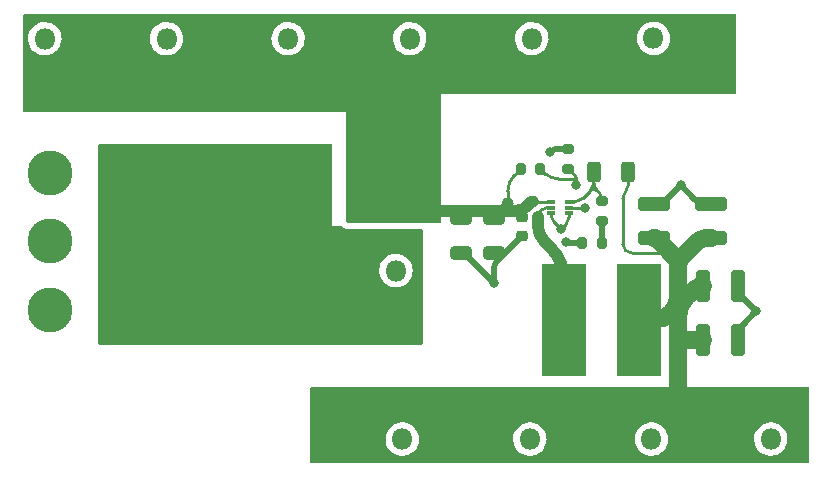
<source format=gbr>
%TF.GenerationSoftware,KiCad,Pcbnew,(6.0.5)*%
%TF.CreationDate,2022-09-22T23:13:11-05:00*%
%TF.ProjectId,powerPCB,706f7765-7250-4434-922e-6b696361645f,rev?*%
%TF.SameCoordinates,Original*%
%TF.FileFunction,Copper,L1,Top*%
%TF.FilePolarity,Positive*%
%FSLAX46Y46*%
G04 Gerber Fmt 4.6, Leading zero omitted, Abs format (unit mm)*
G04 Created by KiCad (PCBNEW (6.0.5)) date 2022-09-22 23:13:11*
%MOMM*%
%LPD*%
G01*
G04 APERTURE LIST*
G04 Aperture macros list*
%AMRoundRect*
0 Rectangle with rounded corners*
0 $1 Rounding radius*
0 $2 $3 $4 $5 $6 $7 $8 $9 X,Y pos of 4 corners*
0 Add a 4 corners polygon primitive as box body*
4,1,4,$2,$3,$4,$5,$6,$7,$8,$9,$2,$3,0*
0 Add four circle primitives for the rounded corners*
1,1,$1+$1,$2,$3*
1,1,$1+$1,$4,$5*
1,1,$1+$1,$6,$7*
1,1,$1+$1,$8,$9*
0 Add four rect primitives between the rounded corners*
20,1,$1+$1,$2,$3,$4,$5,0*
20,1,$1+$1,$4,$5,$6,$7,0*
20,1,$1+$1,$6,$7,$8,$9,0*
20,1,$1+$1,$8,$9,$2,$3,0*%
G04 Aperture macros list end*
%TA.AperFunction,SMDPad,CuDef*%
%ADD10RoundRect,0.200000X-0.200000X-0.275000X0.200000X-0.275000X0.200000X0.275000X-0.200000X0.275000X0*%
%TD*%
%TA.AperFunction,ComponentPad*%
%ADD11C,3.800000*%
%TD*%
%TA.AperFunction,SMDPad,CuDef*%
%ADD12RoundRect,0.250000X1.100000X-0.325000X1.100000X0.325000X-1.100000X0.325000X-1.100000X-0.325000X0*%
%TD*%
%TA.AperFunction,ComponentPad*%
%ADD13R,1.800000X1.800000*%
%TD*%
%TA.AperFunction,ComponentPad*%
%ADD14O,1.800000X1.800000*%
%TD*%
%TA.AperFunction,SMDPad,CuDef*%
%ADD15RoundRect,0.200000X-0.275000X0.200000X-0.275000X-0.200000X0.275000X-0.200000X0.275000X0.200000X0*%
%TD*%
%TA.AperFunction,SMDPad,CuDef*%
%ADD16RoundRect,0.200000X0.275000X-0.200000X0.275000X0.200000X-0.275000X0.200000X-0.275000X-0.200000X0*%
%TD*%
%TA.AperFunction,SMDPad,CuDef*%
%ADD17RoundRect,0.250000X-0.650000X0.325000X-0.650000X-0.325000X0.650000X-0.325000X0.650000X0.325000X0*%
%TD*%
%TA.AperFunction,SMDPad,CuDef*%
%ADD18RoundRect,0.225000X-0.250000X0.225000X-0.250000X-0.225000X0.250000X-0.225000X0.250000X0.225000X0*%
%TD*%
%TA.AperFunction,SMDPad,CuDef*%
%ADD19R,3.750000X9.500000*%
%TD*%
%TA.AperFunction,SMDPad,CuDef*%
%ADD20R,0.700000X0.340000*%
%TD*%
%TA.AperFunction,SMDPad,CuDef*%
%ADD21RoundRect,0.250000X-0.325000X-1.100000X0.325000X-1.100000X0.325000X1.100000X-0.325000X1.100000X0*%
%TD*%
%TA.AperFunction,SMDPad,CuDef*%
%ADD22RoundRect,0.250000X-0.312500X-0.625000X0.312500X-0.625000X0.312500X0.625000X-0.312500X0.625000X0*%
%TD*%
%TA.AperFunction,ViaPad*%
%ADD23C,0.800000*%
%TD*%
%TA.AperFunction,Conductor*%
%ADD24C,0.500000*%
%TD*%
%TA.AperFunction,Conductor*%
%ADD25C,0.250000*%
%TD*%
%TA.AperFunction,Conductor*%
%ADD26C,1.500000*%
%TD*%
%TA.AperFunction,Conductor*%
%ADD27C,1.000000*%
%TD*%
G04 APERTURE END LIST*
D10*
%TO.P,R1,1*%
%TO.N,+12V*%
X135975000Y-73000000D03*
%TO.P,R1,2*%
%TO.N,/EN*%
X137625000Y-73000000D03*
%TD*%
D11*
%TO.P,H5,1,1*%
%TO.N,GND*%
X96100000Y-73400000D03*
%TD*%
D12*
%TO.P,C5,1*%
%TO.N,+5V*%
X152030000Y-78915000D03*
%TO.P,C5,2*%
%TO.N,GND*%
X152030000Y-75965000D03*
%TD*%
D13*
%TO.P,J10,1,Pin_1*%
%TO.N,+12V*%
X131570000Y-62000000D03*
D14*
%TO.P,J10,2,Pin_2*%
%TO.N,GND*%
X126570000Y-62000000D03*
%TD*%
D13*
%TO.P,J3,1,Pin_1*%
%TO.N,+5V*%
X142030000Y-95900000D03*
D14*
%TO.P,J3,2,Pin_2*%
%TO.N,GND*%
X147030000Y-95900000D03*
%TD*%
D15*
%TO.P,R3,1*%
%TO.N,GND*%
X140000000Y-71375000D03*
%TO.P,R3,2*%
%TO.N,/EN*%
X140000000Y-73025000D03*
%TD*%
D16*
%TO.P,R2,1*%
%TO.N,Net-(R2-Pad1)*%
X142800000Y-77425000D03*
%TO.P,R2,2*%
%TO.N,/FB*%
X142800000Y-75775000D03*
%TD*%
D13*
%TO.P,J7,1,Pin_1*%
%TO.N,+12V*%
X152200000Y-61980000D03*
D14*
%TO.P,J7,2,Pin_2*%
%TO.N,GND*%
X147200000Y-61980000D03*
%TD*%
D17*
%TO.P,C2,1*%
%TO.N,+12V*%
X133700000Y-77225000D03*
%TO.P,C2,2*%
%TO.N,GND*%
X133700000Y-80175000D03*
%TD*%
D13*
%TO.P,J6,1,Pin_1*%
%TO.N,+12V*%
X121270000Y-62000000D03*
D14*
%TO.P,J6,2,Pin_2*%
%TO.N,GND*%
X116270000Y-62000000D03*
%TD*%
D13*
%TO.P,J9,1,Pin_1*%
%TO.N,+12V*%
X141900000Y-62000000D03*
D14*
%TO.P,J9,2,Pin_2*%
%TO.N,GND*%
X136900000Y-62000000D03*
%TD*%
D11*
%TO.P,H6,1,1*%
%TO.N,GND*%
X96100000Y-79100000D03*
%TD*%
D13*
%TO.P,J4,1,Pin_1*%
%TO.N,+5V*%
X131730000Y-95900000D03*
D14*
%TO.P,J4,2,Pin_2*%
%TO.N,GND*%
X136730000Y-95900000D03*
%TD*%
D13*
%TO.P,J8,1,Pin_1*%
%TO.N,+12V*%
X100670000Y-62000000D03*
D14*
%TO.P,J8,2,Pin_2*%
%TO.N,GND*%
X95670000Y-62000000D03*
%TD*%
D12*
%TO.P,C4,1*%
%TO.N,+5V*%
X147240000Y-78915000D03*
%TO.P,C4,2*%
%TO.N,GND*%
X147240000Y-75965000D03*
%TD*%
D11*
%TO.P,H2,1,1*%
%TO.N,/12IN*%
X103400000Y-84900000D03*
%TD*%
D18*
%TO.P,C3,1*%
%TO.N,+12V*%
X136100000Y-77125000D03*
%TO.P,C3,2*%
%TO.N,GND*%
X136100000Y-78675000D03*
%TD*%
D19*
%TO.P,L1,1*%
%TO.N,/SW*%
X139620000Y-85800000D03*
%TO.P,L1,2*%
%TO.N,+5V*%
X145980000Y-85800000D03*
%TD*%
D13*
%TO.P,J1,1,Pin_1*%
%TO.N,+5V*%
X120930000Y-95900000D03*
D14*
%TO.P,J1,2,Pin_2*%
%TO.N,GND*%
X125930000Y-95900000D03*
%TD*%
D11*
%TO.P,H3,1,1*%
%TO.N,/12IN*%
X103400000Y-73500000D03*
%TD*%
D13*
%TO.P,J5,1,Pin_1*%
%TO.N,+12V*%
X110970000Y-62000000D03*
D14*
%TO.P,J5,2,Pin_2*%
%TO.N,GND*%
X105970000Y-62000000D03*
%TD*%
D11*
%TO.P,H1,1,1*%
%TO.N,/12IN*%
X103400000Y-79100000D03*
%TD*%
D14*
%TO.P,SW1,1,A*%
%TO.N,unconnected-(SW1-Pad1)*%
X125400000Y-81640000D03*
%TO.P,SW1,2,B*%
%TO.N,/12IN*%
X125400000Y-79100000D03*
%TO.P,SW1,3,C*%
%TO.N,+12V*%
X125400000Y-76560000D03*
%TD*%
D17*
%TO.P,C1,1*%
%TO.N,+12V*%
X130900000Y-77225000D03*
%TO.P,C1,2*%
%TO.N,GND*%
X130900000Y-80175000D03*
%TD*%
D20*
%TO.P,U1,1,VIN*%
%TO.N,+12V*%
X138550000Y-75800000D03*
%TO.P,U1,2,SW*%
%TO.N,/SW*%
X138550000Y-76300000D03*
%TO.P,U1,3,GND*%
%TO.N,GND*%
X138550000Y-76800000D03*
%TO.P,U1,4,AGND*%
X140050000Y-76800000D03*
%TO.P,U1,5,EN*%
%TO.N,/EN*%
X140050000Y-76300000D03*
%TO.P,U1,6,FB*%
%TO.N,/FB*%
X140050000Y-75800000D03*
%TD*%
D21*
%TO.P,C6,1*%
%TO.N,+5V*%
X151425000Y-82980000D03*
%TO.P,C6,2*%
%TO.N,GND*%
X154375000Y-82980000D03*
%TD*%
D22*
%TO.P,R5,1*%
%TO.N,/FB*%
X142137500Y-73300000D03*
%TO.P,R5,2*%
%TO.N,+5V*%
X145062500Y-73300000D03*
%TD*%
D11*
%TO.P,H4,1,1*%
%TO.N,GND*%
X96100000Y-85000000D03*
%TD*%
D21*
%TO.P,C7,1*%
%TO.N,+5V*%
X151425000Y-87500000D03*
%TO.P,C7,2*%
%TO.N,GND*%
X154375000Y-87500000D03*
%TD*%
D13*
%TO.P,J2,1,Pin_1*%
%TO.N,+5V*%
X152130000Y-95900000D03*
D14*
%TO.P,J2,2,Pin_2*%
%TO.N,GND*%
X157130000Y-95900000D03*
%TD*%
D10*
%TO.P,R4,1*%
%TO.N,GND*%
X141175000Y-79300000D03*
%TO.P,R4,2*%
%TO.N,Net-(R2-Pad1)*%
X142825000Y-79300000D03*
%TD*%
D23*
%TO.N,GND*%
X138450000Y-71610000D03*
X139790000Y-79190000D03*
X139400000Y-78100000D03*
X133700000Y-82700000D03*
X149500000Y-74400000D03*
X155900000Y-85100000D03*
%TO.N,/EN*%
X141398999Y-76325263D03*
X140610000Y-74400000D03*
%TD*%
D24*
%TO.N,GND*%
X138851170Y-71375000D02*
X140000000Y-71375000D01*
X139790000Y-79190000D02*
X139845000Y-79245000D01*
X131037500Y-80175000D02*
X130900000Y-80175000D01*
X139977781Y-79300000D02*
X141175000Y-79300000D01*
X138567500Y-71492500D02*
X138450000Y-71610000D01*
X133968750Y-80806250D02*
X134056250Y-80718750D01*
X154375000Y-83277500D02*
X154375000Y-82980000D01*
D25*
X138550000Y-77025000D02*
X138550000Y-76800000D01*
D24*
X154585364Y-83785364D02*
X155900000Y-85100000D01*
D25*
X139820190Y-77679809D02*
X139400000Y-78100000D01*
D24*
X134418750Y-80356250D02*
X134056250Y-80718750D01*
X150723820Y-75623820D02*
X149500000Y-74400000D01*
X151547500Y-75965000D02*
X152030000Y-75965000D01*
X154375000Y-87062500D02*
X154375000Y-87500000D01*
D25*
X138709099Y-77409099D02*
X139400000Y-78100000D01*
D24*
X133936871Y-80236871D02*
X134056250Y-80356250D01*
X133700000Y-82700000D02*
X133700000Y-81455069D01*
X133787500Y-80175000D02*
X133700000Y-80175000D01*
X134418750Y-80356250D02*
X136100000Y-78675000D01*
X133700000Y-82700000D02*
X131272227Y-80272227D01*
D25*
X140050000Y-77125000D02*
X140050000Y-76800000D01*
D24*
X147587500Y-75965000D02*
X147240000Y-75965000D01*
X154684359Y-86315640D02*
X155900000Y-85100000D01*
X148180719Y-75719280D02*
X149500000Y-74400000D01*
D25*
X138709099Y-77409099D02*
G75*
G02*
X138550000Y-77025000I384101J384099D01*
G01*
D24*
X134056250Y-80356250D02*
G75*
G02*
X134056250Y-80718750I-181250J-181250D01*
G01*
X139977781Y-79300007D02*
G75*
G02*
X139845000Y-79245000I19J187807D01*
G01*
X147587500Y-75965010D02*
G75*
G03*
X148180718Y-75719279I0J838910D01*
G01*
X151547500Y-75964987D02*
G75*
G02*
X150723821Y-75623819I0J1164887D01*
G01*
X133699988Y-81455069D02*
G75*
G02*
X133968750Y-80806250I917612J-31D01*
G01*
X131037500Y-80175014D02*
G75*
G02*
X131272227Y-80272227I0J-331986D01*
G01*
X154374994Y-87062500D02*
G75*
G02*
X154684359Y-86315640I1056206J0D01*
G01*
X138567509Y-71492509D02*
G75*
G02*
X138851170Y-71375000I283691J-283691D01*
G01*
X154585370Y-83785358D02*
G75*
G02*
X154375000Y-83277500I507830J507858D01*
G01*
D25*
X139820186Y-77679805D02*
G75*
G03*
X140050000Y-77125000I-554786J554805D01*
G01*
D24*
X134418749Y-80356249D02*
G75*
G02*
X134056251Y-80356249I-181249J181250D01*
G01*
X133787500Y-80174988D02*
G75*
G02*
X133936870Y-80236872I0J-211212D01*
G01*
D26*
%TO.N,+5V*%
X149300000Y-88012132D02*
X149300000Y-87587867D01*
D25*
X145368198Y-80150000D02*
X148190380Y-80150000D01*
D26*
X151607500Y-78915000D02*
X152030000Y-78915000D01*
X147251471Y-85800000D02*
X145980000Y-85800000D01*
X149300000Y-88850000D02*
X149300000Y-90950000D01*
X148325000Y-79825000D02*
X148975000Y-80475000D01*
X149300000Y-83751471D02*
X149300000Y-81259619D01*
X150741455Y-83158544D02*
X149900000Y-84000000D01*
X147476871Y-78976871D02*
X148325000Y-79825000D01*
X151172500Y-82980000D02*
X151425000Y-82980000D01*
X149300000Y-90950000D02*
X149300000Y-92400000D01*
X149300000Y-85448528D02*
X149300000Y-87587867D01*
X149812132Y-87500000D02*
X151425000Y-87500000D01*
X147327500Y-78915000D02*
X147240000Y-78915000D01*
X149300000Y-88850000D02*
X149300000Y-88012132D01*
X150886247Y-79213752D02*
X149625000Y-80475000D01*
D25*
X145062500Y-74402246D02*
X145062500Y-73300000D01*
X144600000Y-75518819D02*
X144600000Y-79381801D01*
D26*
X149450055Y-87650055D02*
G75*
G02*
X149300000Y-87587867I-62155J62155D01*
G01*
D25*
X148325033Y-79824967D02*
G75*
G02*
X148190380Y-80150000I-134633J-134633D01*
G01*
X144600004Y-75518819D02*
G75*
G02*
X144831251Y-74960534I789496J19D01*
G01*
D26*
X148699952Y-85199952D02*
G75*
G02*
X149300000Y-85448528I248548J-248548D01*
G01*
X147327500Y-78914988D02*
G75*
G02*
X147476870Y-78976872I0J-211212D01*
G01*
X148975006Y-80474994D02*
G75*
G02*
X149300000Y-81259619I-784606J-784606D01*
G01*
X150886249Y-79213754D02*
G75*
G02*
X151607500Y-78915000I721251J-721246D01*
G01*
X149299988Y-83751471D02*
G75*
G02*
X148700000Y-85200000I-2048488J-29D01*
G01*
X149300014Y-88012132D02*
G75*
G02*
X149450001Y-87650001I512086J32D01*
G01*
X149625000Y-80475000D02*
G75*
G02*
X148975000Y-80475000I-325000J325001D01*
G01*
D25*
X145368198Y-80150000D02*
G75*
G02*
X144825001Y-79924999I2J768200D01*
G01*
D26*
X147251471Y-85799988D02*
G75*
G03*
X148700000Y-85200000I29J2048488D01*
G01*
X149900048Y-84000048D02*
G75*
G02*
X149300000Y-83751471I-248548J248548D01*
G01*
X149449991Y-87649991D02*
G75*
G02*
X149812132Y-87500000I362109J-362109D01*
G01*
D25*
X144831219Y-74960502D02*
G75*
G03*
X145062500Y-74402246I-558219J558302D01*
G01*
D26*
X149300012Y-85448528D02*
G75*
G02*
X149900000Y-84000000I2048488J28D01*
G01*
D25*
X144825001Y-79924999D02*
G75*
G02*
X144600000Y-79381801I543199J543199D01*
G01*
D26*
X150741453Y-83158542D02*
G75*
G02*
X151172500Y-82980000I431047J-431058D01*
G01*
X149300009Y-81259619D02*
G75*
G02*
X149625001Y-80475001I1109591J19D01*
G01*
D27*
%TO.N,+12V*%
X135602598Y-76560000D02*
X135470000Y-76560000D01*
X133682426Y-76560000D02*
X134250000Y-76560000D01*
X133597573Y-76560000D02*
X133682426Y-76560000D01*
X131064020Y-76560000D02*
X131855979Y-76560000D01*
X130900000Y-77172500D02*
X130900000Y-77225000D01*
X131064020Y-76560000D02*
X125400000Y-76560000D01*
D25*
X134860000Y-74903424D02*
X134860000Y-75950000D01*
X137200000Y-75800000D02*
X137000000Y-75800000D01*
D24*
X136100000Y-77125000D02*
X136100000Y-76600000D01*
D27*
X130937123Y-77082876D02*
X131180000Y-76840000D01*
D25*
X137200000Y-75800000D02*
X138550000Y-75800000D01*
D27*
X131855979Y-76560000D02*
X133597573Y-76560000D01*
X136519999Y-76179999D02*
X136829289Y-75870710D01*
X135470000Y-76560000D02*
X134250000Y-76560000D01*
D25*
X135417500Y-73557500D02*
X135975000Y-73000000D01*
D27*
X133700000Y-76662426D02*
X133700000Y-77225000D01*
X136829294Y-75870715D02*
G75*
G02*
X137000000Y-75800000I170706J-170685D01*
G01*
X133597573Y-76560011D02*
G75*
G02*
X133670000Y-76590000I27J-102389D01*
G01*
X134860000Y-75950000D02*
G75*
G02*
X134250000Y-76560000I-610000J0D01*
G01*
D25*
X134860010Y-74903424D02*
G75*
G02*
X135417500Y-73557500I1903390J24D01*
G01*
X135470000Y-76560000D02*
G75*
G02*
X134860000Y-75950000I0J610000D01*
G01*
D27*
X130899986Y-77172500D02*
G75*
G02*
X130937123Y-77082876I126714J0D01*
G01*
X135602598Y-76559998D02*
G75*
G03*
X136519999Y-76179999I2J1297398D01*
G01*
X133669955Y-76590045D02*
G75*
G02*
X133682426Y-76560000I12445J12445D01*
G01*
X131064020Y-76559952D02*
G75*
G02*
X131179999Y-76839999I-20J-164048D01*
G01*
X131180006Y-76840006D02*
G75*
G02*
X131855979Y-76560000I675994J-675994D01*
G01*
X133699989Y-76662426D02*
G75*
G03*
X133670000Y-76590000I-102389J26D01*
G01*
%TO.N,/SW*%
X137400000Y-77799760D02*
X137400000Y-77108791D01*
X139620000Y-82389777D02*
X139620000Y-85800000D01*
D25*
X138215489Y-76300000D02*
X138550000Y-76300000D01*
X137644442Y-76536534D02*
X137477266Y-76703711D01*
X137400000Y-76890249D02*
X137400000Y-77108791D01*
D27*
X137965855Y-79165855D02*
X138510000Y-79710000D01*
X139620009Y-82389777D02*
G75*
G03*
X138510000Y-79710000I-3789809J-23D01*
G01*
D25*
X137644445Y-76536537D02*
G75*
G02*
X138215489Y-76300000I571055J-571063D01*
G01*
X137400033Y-76890249D02*
G75*
G02*
X137477266Y-76703711I263767J49D01*
G01*
D27*
X137965845Y-79165865D02*
G75*
G02*
X137400000Y-77799760I1366055J1366065D01*
G01*
D25*
%TO.N,/EN*%
X138055000Y-73430000D02*
X137625000Y-73000000D01*
X140530450Y-73555450D02*
X140000000Y-73025000D01*
X140610000Y-73972500D02*
X140610000Y-74400000D01*
X141355872Y-76300000D02*
X140050000Y-76300000D01*
X140610000Y-73747500D02*
X140610000Y-73972500D01*
X141386367Y-76312631D02*
X141398999Y-76325263D01*
X140497500Y-73860000D02*
X139093111Y-73860000D01*
X140609999Y-73747500D02*
G75*
G03*
X140530449Y-73555451I-271599J0D01*
G01*
X140610000Y-73747500D02*
G75*
G02*
X140497500Y-73860000I-112500J0D01*
G01*
X139093111Y-73859995D02*
G75*
G02*
X138055000Y-73430000I-11J1468095D01*
G01*
X140497500Y-73860000D02*
G75*
G02*
X140610000Y-73972500I0J-112500D01*
G01*
X141355872Y-76300012D02*
G75*
G02*
X141386367Y-76312631I28J-43088D01*
G01*
%TO.N,/FB*%
X142605545Y-75030545D02*
X142468750Y-74893750D01*
X140475000Y-75800000D02*
X140050000Y-75800000D01*
X141200520Y-75499479D02*
X141806250Y-74893750D01*
X142800000Y-75500000D02*
X142800000Y-75775000D01*
X142137500Y-74094041D02*
X142137500Y-73300000D01*
X142468762Y-74893738D02*
G75*
G02*
X142137500Y-74094041I799738J799738D01*
G01*
X142800002Y-75500000D02*
G75*
G03*
X142605545Y-75030545I-663902J0D01*
G01*
X141806250Y-74893750D02*
G75*
G02*
X142468750Y-74893750I331250J-331247D01*
G01*
X140475000Y-75800011D02*
G75*
G03*
X141200520Y-75499479I0J1026011D01*
G01*
X142137517Y-74094041D02*
G75*
G02*
X141806250Y-74893750I-1131017J41D01*
G01*
D24*
%TO.N,Net-(R2-Pad1)*%
X142812500Y-79287500D02*
X142825000Y-79300000D01*
X142800000Y-79257322D02*
X142800000Y-77425000D01*
X142812507Y-79287493D02*
G75*
G02*
X142800000Y-79257322I30193J30193D01*
G01*
%TD*%
%TA.AperFunction,Conductor*%
%TO.N,+12V*%
G36*
X129200000Y-77474000D02*
G01*
X129179998Y-77542121D01*
X129126342Y-77588614D01*
X129074000Y-77600000D01*
X121326000Y-77600000D01*
X121257879Y-77579998D01*
X121211386Y-77526342D01*
X121200000Y-77474000D01*
X121200000Y-68200000D01*
X93926000Y-68200000D01*
X93857879Y-68179998D01*
X93811386Y-68126342D01*
X93800000Y-68074000D01*
X93800000Y-61965469D01*
X94257095Y-61965469D01*
X94257392Y-61970622D01*
X94257392Y-61970625D01*
X94270129Y-62191529D01*
X94270427Y-62196697D01*
X94271564Y-62201743D01*
X94271565Y-62201749D01*
X94303741Y-62344523D01*
X94321346Y-62422642D01*
X94323288Y-62427424D01*
X94323289Y-62427428D01*
X94406540Y-62632450D01*
X94408484Y-62637237D01*
X94529501Y-62834719D01*
X94681147Y-63009784D01*
X94859349Y-63157730D01*
X95059322Y-63274584D01*
X95275694Y-63357209D01*
X95280760Y-63358240D01*
X95280761Y-63358240D01*
X95333846Y-63369040D01*
X95502656Y-63403385D01*
X95633324Y-63408176D01*
X95728949Y-63411683D01*
X95728953Y-63411683D01*
X95734113Y-63411872D01*
X95739233Y-63411216D01*
X95739235Y-63411216D01*
X95812270Y-63401860D01*
X95963847Y-63382442D01*
X95968795Y-63380957D01*
X95968802Y-63380956D01*
X96180747Y-63317369D01*
X96185690Y-63315886D01*
X96266236Y-63276427D01*
X96389049Y-63216262D01*
X96389052Y-63216260D01*
X96393684Y-63213991D01*
X96582243Y-63079494D01*
X96746303Y-62916005D01*
X96881458Y-62727917D01*
X96928641Y-62632450D01*
X96981784Y-62524922D01*
X96981785Y-62524920D01*
X96984078Y-62520280D01*
X97051408Y-62298671D01*
X97081640Y-62069041D01*
X97081722Y-62065691D01*
X97083245Y-62003365D01*
X97083245Y-62003361D01*
X97083327Y-62000000D01*
X97080488Y-61965469D01*
X104557095Y-61965469D01*
X104557392Y-61970622D01*
X104557392Y-61970625D01*
X104570129Y-62191529D01*
X104570427Y-62196697D01*
X104571564Y-62201743D01*
X104571565Y-62201749D01*
X104603741Y-62344523D01*
X104621346Y-62422642D01*
X104623288Y-62427424D01*
X104623289Y-62427428D01*
X104706540Y-62632450D01*
X104708484Y-62637237D01*
X104829501Y-62834719D01*
X104981147Y-63009784D01*
X105159349Y-63157730D01*
X105359322Y-63274584D01*
X105575694Y-63357209D01*
X105580760Y-63358240D01*
X105580761Y-63358240D01*
X105633846Y-63369040D01*
X105802656Y-63403385D01*
X105933324Y-63408176D01*
X106028949Y-63411683D01*
X106028953Y-63411683D01*
X106034113Y-63411872D01*
X106039233Y-63411216D01*
X106039235Y-63411216D01*
X106112270Y-63401860D01*
X106263847Y-63382442D01*
X106268795Y-63380957D01*
X106268802Y-63380956D01*
X106480747Y-63317369D01*
X106485690Y-63315886D01*
X106566236Y-63276427D01*
X106689049Y-63216262D01*
X106689052Y-63216260D01*
X106693684Y-63213991D01*
X106882243Y-63079494D01*
X107046303Y-62916005D01*
X107181458Y-62727917D01*
X107228641Y-62632450D01*
X107281784Y-62524922D01*
X107281785Y-62524920D01*
X107284078Y-62520280D01*
X107351408Y-62298671D01*
X107381640Y-62069041D01*
X107381722Y-62065691D01*
X107383245Y-62003365D01*
X107383245Y-62003361D01*
X107383327Y-62000000D01*
X107380488Y-61965469D01*
X114857095Y-61965469D01*
X114857392Y-61970622D01*
X114857392Y-61970625D01*
X114870129Y-62191529D01*
X114870427Y-62196697D01*
X114871564Y-62201743D01*
X114871565Y-62201749D01*
X114903741Y-62344523D01*
X114921346Y-62422642D01*
X114923288Y-62427424D01*
X114923289Y-62427428D01*
X115006540Y-62632450D01*
X115008484Y-62637237D01*
X115129501Y-62834719D01*
X115281147Y-63009784D01*
X115459349Y-63157730D01*
X115659322Y-63274584D01*
X115875694Y-63357209D01*
X115880760Y-63358240D01*
X115880761Y-63358240D01*
X115933846Y-63369040D01*
X116102656Y-63403385D01*
X116233324Y-63408176D01*
X116328949Y-63411683D01*
X116328953Y-63411683D01*
X116334113Y-63411872D01*
X116339233Y-63411216D01*
X116339235Y-63411216D01*
X116412270Y-63401860D01*
X116563847Y-63382442D01*
X116568795Y-63380957D01*
X116568802Y-63380956D01*
X116780747Y-63317369D01*
X116785690Y-63315886D01*
X116866236Y-63276427D01*
X116989049Y-63216262D01*
X116989052Y-63216260D01*
X116993684Y-63213991D01*
X117182243Y-63079494D01*
X117346303Y-62916005D01*
X117481458Y-62727917D01*
X117528641Y-62632450D01*
X117581784Y-62524922D01*
X117581785Y-62524920D01*
X117584078Y-62520280D01*
X117651408Y-62298671D01*
X117681640Y-62069041D01*
X117681722Y-62065691D01*
X117683245Y-62003365D01*
X117683245Y-62003361D01*
X117683327Y-62000000D01*
X117680488Y-61965469D01*
X125157095Y-61965469D01*
X125157392Y-61970622D01*
X125157392Y-61970625D01*
X125170129Y-62191529D01*
X125170427Y-62196697D01*
X125171564Y-62201743D01*
X125171565Y-62201749D01*
X125203741Y-62344523D01*
X125221346Y-62422642D01*
X125223288Y-62427424D01*
X125223289Y-62427428D01*
X125306540Y-62632450D01*
X125308484Y-62637237D01*
X125429501Y-62834719D01*
X125581147Y-63009784D01*
X125759349Y-63157730D01*
X125959322Y-63274584D01*
X126175694Y-63357209D01*
X126180760Y-63358240D01*
X126180761Y-63358240D01*
X126233846Y-63369040D01*
X126402656Y-63403385D01*
X126533324Y-63408176D01*
X126628949Y-63411683D01*
X126628953Y-63411683D01*
X126634113Y-63411872D01*
X126639233Y-63411216D01*
X126639235Y-63411216D01*
X126712270Y-63401860D01*
X126863847Y-63382442D01*
X126868795Y-63380957D01*
X126868802Y-63380956D01*
X127080747Y-63317369D01*
X127085690Y-63315886D01*
X127166236Y-63276427D01*
X127289049Y-63216262D01*
X127289052Y-63216260D01*
X127293684Y-63213991D01*
X127482243Y-63079494D01*
X127646303Y-62916005D01*
X127781458Y-62727917D01*
X127828641Y-62632450D01*
X127881784Y-62524922D01*
X127881785Y-62524920D01*
X127884078Y-62520280D01*
X127951408Y-62298671D01*
X127981640Y-62069041D01*
X127981722Y-62065691D01*
X127983245Y-62003365D01*
X127983245Y-62003361D01*
X127983327Y-62000000D01*
X127977032Y-61923434D01*
X127964773Y-61774318D01*
X127964772Y-61774312D01*
X127964349Y-61769167D01*
X127907925Y-61544533D01*
X127905866Y-61539797D01*
X127817630Y-61336868D01*
X127817628Y-61336865D01*
X127815570Y-61332131D01*
X127689764Y-61137665D01*
X127533887Y-60966358D01*
X127529836Y-60963159D01*
X127529832Y-60963155D01*
X127356177Y-60826011D01*
X127356172Y-60826008D01*
X127352123Y-60822810D01*
X127347607Y-60820317D01*
X127347604Y-60820315D01*
X127153879Y-60713373D01*
X127153875Y-60713371D01*
X127149355Y-60710876D01*
X127144486Y-60709152D01*
X127144482Y-60709150D01*
X126935903Y-60635288D01*
X126935899Y-60635287D01*
X126931028Y-60633562D01*
X126925935Y-60632655D01*
X126925932Y-60632654D01*
X126708095Y-60593851D01*
X126708089Y-60593850D01*
X126703006Y-60592945D01*
X126630096Y-60592054D01*
X126476581Y-60590179D01*
X126476579Y-60590179D01*
X126471411Y-60590116D01*
X126242464Y-60625150D01*
X126022314Y-60697106D01*
X126017726Y-60699494D01*
X126017722Y-60699496D01*
X125991065Y-60713373D01*
X125816872Y-60804052D01*
X125812739Y-60807155D01*
X125812736Y-60807157D01*
X125635790Y-60940012D01*
X125631655Y-60943117D01*
X125471639Y-61110564D01*
X125468725Y-61114836D01*
X125468724Y-61114837D01*
X125453152Y-61137665D01*
X125341119Y-61301899D01*
X125243602Y-61511981D01*
X125181707Y-61735169D01*
X125157095Y-61965469D01*
X117680488Y-61965469D01*
X117677032Y-61923434D01*
X117664773Y-61774318D01*
X117664772Y-61774312D01*
X117664349Y-61769167D01*
X117607925Y-61544533D01*
X117605866Y-61539797D01*
X117517630Y-61336868D01*
X117517628Y-61336865D01*
X117515570Y-61332131D01*
X117389764Y-61137665D01*
X117233887Y-60966358D01*
X117229836Y-60963159D01*
X117229832Y-60963155D01*
X117056177Y-60826011D01*
X117056172Y-60826008D01*
X117052123Y-60822810D01*
X117047607Y-60820317D01*
X117047604Y-60820315D01*
X116853879Y-60713373D01*
X116853875Y-60713371D01*
X116849355Y-60710876D01*
X116844486Y-60709152D01*
X116844482Y-60709150D01*
X116635903Y-60635288D01*
X116635899Y-60635287D01*
X116631028Y-60633562D01*
X116625935Y-60632655D01*
X116625932Y-60632654D01*
X116408095Y-60593851D01*
X116408089Y-60593850D01*
X116403006Y-60592945D01*
X116330096Y-60592054D01*
X116176581Y-60590179D01*
X116176579Y-60590179D01*
X116171411Y-60590116D01*
X115942464Y-60625150D01*
X115722314Y-60697106D01*
X115717726Y-60699494D01*
X115717722Y-60699496D01*
X115691065Y-60713373D01*
X115516872Y-60804052D01*
X115512739Y-60807155D01*
X115512736Y-60807157D01*
X115335790Y-60940012D01*
X115331655Y-60943117D01*
X115171639Y-61110564D01*
X115168725Y-61114836D01*
X115168724Y-61114837D01*
X115153152Y-61137665D01*
X115041119Y-61301899D01*
X114943602Y-61511981D01*
X114881707Y-61735169D01*
X114857095Y-61965469D01*
X107380488Y-61965469D01*
X107377032Y-61923434D01*
X107364773Y-61774318D01*
X107364772Y-61774312D01*
X107364349Y-61769167D01*
X107307925Y-61544533D01*
X107305866Y-61539797D01*
X107217630Y-61336868D01*
X107217628Y-61336865D01*
X107215570Y-61332131D01*
X107089764Y-61137665D01*
X106933887Y-60966358D01*
X106929836Y-60963159D01*
X106929832Y-60963155D01*
X106756177Y-60826011D01*
X106756172Y-60826008D01*
X106752123Y-60822810D01*
X106747607Y-60820317D01*
X106747604Y-60820315D01*
X106553879Y-60713373D01*
X106553875Y-60713371D01*
X106549355Y-60710876D01*
X106544486Y-60709152D01*
X106544482Y-60709150D01*
X106335903Y-60635288D01*
X106335899Y-60635287D01*
X106331028Y-60633562D01*
X106325935Y-60632655D01*
X106325932Y-60632654D01*
X106108095Y-60593851D01*
X106108089Y-60593850D01*
X106103006Y-60592945D01*
X106030096Y-60592054D01*
X105876581Y-60590179D01*
X105876579Y-60590179D01*
X105871411Y-60590116D01*
X105642464Y-60625150D01*
X105422314Y-60697106D01*
X105417726Y-60699494D01*
X105417722Y-60699496D01*
X105391065Y-60713373D01*
X105216872Y-60804052D01*
X105212739Y-60807155D01*
X105212736Y-60807157D01*
X105035790Y-60940012D01*
X105031655Y-60943117D01*
X104871639Y-61110564D01*
X104868725Y-61114836D01*
X104868724Y-61114837D01*
X104853152Y-61137665D01*
X104741119Y-61301899D01*
X104643602Y-61511981D01*
X104581707Y-61735169D01*
X104557095Y-61965469D01*
X97080488Y-61965469D01*
X97077032Y-61923434D01*
X97064773Y-61774318D01*
X97064772Y-61774312D01*
X97064349Y-61769167D01*
X97007925Y-61544533D01*
X97005866Y-61539797D01*
X96917630Y-61336868D01*
X96917628Y-61336865D01*
X96915570Y-61332131D01*
X96789764Y-61137665D01*
X96633887Y-60966358D01*
X96629836Y-60963159D01*
X96629832Y-60963155D01*
X96456177Y-60826011D01*
X96456172Y-60826008D01*
X96452123Y-60822810D01*
X96447607Y-60820317D01*
X96447604Y-60820315D01*
X96253879Y-60713373D01*
X96253875Y-60713371D01*
X96249355Y-60710876D01*
X96244486Y-60709152D01*
X96244482Y-60709150D01*
X96035903Y-60635288D01*
X96035899Y-60635287D01*
X96031028Y-60633562D01*
X96025935Y-60632655D01*
X96025932Y-60632654D01*
X95808095Y-60593851D01*
X95808089Y-60593850D01*
X95803006Y-60592945D01*
X95730096Y-60592054D01*
X95576581Y-60590179D01*
X95576579Y-60590179D01*
X95571411Y-60590116D01*
X95342464Y-60625150D01*
X95122314Y-60697106D01*
X95117726Y-60699494D01*
X95117722Y-60699496D01*
X95091065Y-60713373D01*
X94916872Y-60804052D01*
X94912739Y-60807155D01*
X94912736Y-60807157D01*
X94735790Y-60940012D01*
X94731655Y-60943117D01*
X94571639Y-61110564D01*
X94568725Y-61114836D01*
X94568724Y-61114837D01*
X94553152Y-61137665D01*
X94441119Y-61301899D01*
X94343602Y-61511981D01*
X94281707Y-61735169D01*
X94257095Y-61965469D01*
X93800000Y-61965469D01*
X93800000Y-60026000D01*
X93820002Y-59957879D01*
X93873658Y-59911386D01*
X93926000Y-59900000D01*
X129200000Y-59900000D01*
X129200000Y-77474000D01*
G37*
%TD.AperFunction*%
%TD*%
%TA.AperFunction,Conductor*%
%TO.N,+12V*%
G36*
X154152121Y-59920002D02*
G01*
X154198614Y-59973658D01*
X154210000Y-60026000D01*
X154210000Y-66574000D01*
X154189998Y-66642121D01*
X154136342Y-66688614D01*
X154084000Y-66700000D01*
X128200000Y-66700000D01*
X128200000Y-61965469D01*
X135487095Y-61965469D01*
X135487392Y-61970622D01*
X135487392Y-61970625D01*
X135493067Y-62069041D01*
X135500427Y-62196697D01*
X135501564Y-62201743D01*
X135501565Y-62201749D01*
X135533741Y-62344523D01*
X135551346Y-62422642D01*
X135553288Y-62427424D01*
X135553289Y-62427428D01*
X135628419Y-62612450D01*
X135638484Y-62637237D01*
X135759501Y-62834719D01*
X135911147Y-63009784D01*
X136089349Y-63157730D01*
X136289322Y-63274584D01*
X136294147Y-63276426D01*
X136294148Y-63276427D01*
X136345106Y-63295886D01*
X136505694Y-63357209D01*
X136510760Y-63358240D01*
X136510761Y-63358240D01*
X136524111Y-63360956D01*
X136732656Y-63403385D01*
X136863324Y-63408176D01*
X136958949Y-63411683D01*
X136958953Y-63411683D01*
X136964113Y-63411872D01*
X136969233Y-63411216D01*
X136969235Y-63411216D01*
X137042270Y-63401860D01*
X137193847Y-63382442D01*
X137198795Y-63380957D01*
X137198802Y-63380956D01*
X137410747Y-63317369D01*
X137415690Y-63315886D01*
X137453488Y-63297369D01*
X137619049Y-63216262D01*
X137619052Y-63216260D01*
X137623684Y-63213991D01*
X137812243Y-63079494D01*
X137976303Y-62916005D01*
X137990675Y-62896005D01*
X138052247Y-62810318D01*
X138111458Y-62727917D01*
X138119268Y-62712116D01*
X138211784Y-62524922D01*
X138211785Y-62524920D01*
X138214078Y-62520280D01*
X138281408Y-62298671D01*
X138311640Y-62069041D01*
X138313327Y-62000000D01*
X138308844Y-61945469D01*
X145787095Y-61945469D01*
X145787392Y-61950622D01*
X145787392Y-61950625D01*
X145793067Y-62049041D01*
X145800427Y-62176697D01*
X145801564Y-62181743D01*
X145801565Y-62181749D01*
X145826760Y-62293544D01*
X145851346Y-62402642D01*
X145853288Y-62407424D01*
X145853289Y-62407428D01*
X145936540Y-62612450D01*
X145938484Y-62617237D01*
X146059501Y-62814719D01*
X146211147Y-62989784D01*
X146389349Y-63137730D01*
X146589322Y-63254584D01*
X146805694Y-63337209D01*
X146810760Y-63338240D01*
X146810761Y-63338240D01*
X146863846Y-63349040D01*
X147032656Y-63383385D01*
X147163324Y-63388176D01*
X147258949Y-63391683D01*
X147258953Y-63391683D01*
X147264113Y-63391872D01*
X147269233Y-63391216D01*
X147269235Y-63391216D01*
X147342270Y-63381860D01*
X147493847Y-63362442D01*
X147498795Y-63360957D01*
X147498802Y-63360956D01*
X147710747Y-63297369D01*
X147715690Y-63295886D01*
X147759173Y-63274584D01*
X147919049Y-63196262D01*
X147919052Y-63196260D01*
X147923684Y-63193991D01*
X148112243Y-63059494D01*
X148276303Y-62896005D01*
X148411458Y-62707917D01*
X148444214Y-62641641D01*
X148511784Y-62504922D01*
X148511785Y-62504920D01*
X148514078Y-62500280D01*
X148581408Y-62278671D01*
X148611640Y-62049041D01*
X148612756Y-62003365D01*
X148613245Y-61983365D01*
X148613245Y-61983361D01*
X148613327Y-61980000D01*
X148596417Y-61774318D01*
X148594773Y-61754318D01*
X148594772Y-61754312D01*
X148594349Y-61749167D01*
X148566137Y-61636850D01*
X148539184Y-61529544D01*
X148539183Y-61529540D01*
X148537925Y-61524533D01*
X148534630Y-61516954D01*
X148447630Y-61316868D01*
X148447628Y-61316865D01*
X148445570Y-61312131D01*
X148319764Y-61117665D01*
X148163887Y-60946358D01*
X148159836Y-60943159D01*
X148159832Y-60943155D01*
X147986177Y-60806011D01*
X147986172Y-60806008D01*
X147982123Y-60802810D01*
X147977607Y-60800317D01*
X147977604Y-60800315D01*
X147783879Y-60693373D01*
X147783875Y-60693371D01*
X147779355Y-60690876D01*
X147774486Y-60689152D01*
X147774482Y-60689150D01*
X147565903Y-60615288D01*
X147565899Y-60615287D01*
X147561028Y-60613562D01*
X147555935Y-60612655D01*
X147555932Y-60612654D01*
X147338095Y-60573851D01*
X147338089Y-60573850D01*
X147333006Y-60572945D01*
X147260096Y-60572054D01*
X147106581Y-60570179D01*
X147106579Y-60570179D01*
X147101411Y-60570116D01*
X146872464Y-60605150D01*
X146652314Y-60677106D01*
X146647726Y-60679494D01*
X146647722Y-60679496D01*
X146451461Y-60781663D01*
X146446872Y-60784052D01*
X146442739Y-60787155D01*
X146442736Y-60787157D01*
X146265790Y-60920012D01*
X146261655Y-60923117D01*
X146101639Y-61090564D01*
X146098725Y-61094836D01*
X146098724Y-61094837D01*
X146025348Y-61202402D01*
X145971119Y-61281899D01*
X145873602Y-61491981D01*
X145811707Y-61715169D01*
X145787095Y-61945469D01*
X138308844Y-61945469D01*
X138307032Y-61923434D01*
X138294773Y-61774318D01*
X138294772Y-61774312D01*
X138294349Y-61769167D01*
X138237925Y-61544533D01*
X138229229Y-61524533D01*
X138147630Y-61336868D01*
X138147628Y-61336865D01*
X138145570Y-61332131D01*
X138019764Y-61137665D01*
X138001566Y-61117665D01*
X137970134Y-61083122D01*
X137863887Y-60966358D01*
X137859836Y-60963159D01*
X137859832Y-60963155D01*
X137686177Y-60826011D01*
X137686172Y-60826008D01*
X137682123Y-60822810D01*
X137677607Y-60820317D01*
X137677604Y-60820315D01*
X137483879Y-60713373D01*
X137483875Y-60713371D01*
X137479355Y-60710876D01*
X137474486Y-60709152D01*
X137474482Y-60709150D01*
X137265903Y-60635288D01*
X137265899Y-60635287D01*
X137261028Y-60633562D01*
X137255935Y-60632655D01*
X137255932Y-60632654D01*
X137038095Y-60593851D01*
X137038089Y-60593850D01*
X137033006Y-60592945D01*
X136960096Y-60592054D01*
X136806581Y-60590179D01*
X136806579Y-60590179D01*
X136801411Y-60590116D01*
X136572464Y-60625150D01*
X136352314Y-60697106D01*
X136347726Y-60699494D01*
X136347722Y-60699496D01*
X136151461Y-60801663D01*
X136146872Y-60804052D01*
X136142739Y-60807155D01*
X136142736Y-60807157D01*
X135965790Y-60940012D01*
X135961655Y-60943117D01*
X135942506Y-60963155D01*
X135824323Y-61086827D01*
X135801639Y-61110564D01*
X135798725Y-61114836D01*
X135798724Y-61114837D01*
X135783152Y-61137665D01*
X135671119Y-61301899D01*
X135573602Y-61511981D01*
X135511707Y-61735169D01*
X135487095Y-61965469D01*
X128200000Y-61965469D01*
X128200000Y-59900000D01*
X154084000Y-59900000D01*
X154152121Y-59920002D01*
G37*
%TD.AperFunction*%
%TD*%
%TA.AperFunction,Conductor*%
%TO.N,+5V*%
G36*
X160342121Y-91520002D02*
G01*
X160388614Y-91573658D01*
X160400000Y-91626000D01*
X160400000Y-97774000D01*
X160379998Y-97842121D01*
X160326342Y-97888614D01*
X160274000Y-97900000D01*
X118226000Y-97900000D01*
X118157879Y-97879998D01*
X118111386Y-97826342D01*
X118100000Y-97774000D01*
X118100000Y-95865469D01*
X124517095Y-95865469D01*
X124517392Y-95870622D01*
X124517392Y-95870625D01*
X124523067Y-95969041D01*
X124530427Y-96096697D01*
X124531564Y-96101743D01*
X124531565Y-96101749D01*
X124563741Y-96244523D01*
X124581346Y-96322642D01*
X124583288Y-96327424D01*
X124583289Y-96327428D01*
X124666540Y-96532450D01*
X124668484Y-96537237D01*
X124789501Y-96734719D01*
X124941147Y-96909784D01*
X125119349Y-97057730D01*
X125319322Y-97174584D01*
X125535694Y-97257209D01*
X125540760Y-97258240D01*
X125540761Y-97258240D01*
X125593846Y-97269040D01*
X125762656Y-97303385D01*
X125893324Y-97308176D01*
X125988949Y-97311683D01*
X125988953Y-97311683D01*
X125994113Y-97311872D01*
X125999233Y-97311216D01*
X125999235Y-97311216D01*
X126072270Y-97301860D01*
X126223847Y-97282442D01*
X126228795Y-97280957D01*
X126228802Y-97280956D01*
X126440747Y-97217369D01*
X126445690Y-97215886D01*
X126526236Y-97176427D01*
X126649049Y-97116262D01*
X126649052Y-97116260D01*
X126653684Y-97113991D01*
X126842243Y-96979494D01*
X127006303Y-96816005D01*
X127141458Y-96627917D01*
X127157107Y-96596255D01*
X127241784Y-96424922D01*
X127241785Y-96424920D01*
X127244078Y-96420280D01*
X127311408Y-96198671D01*
X127341640Y-95969041D01*
X127343327Y-95900000D01*
X127340488Y-95865469D01*
X135317095Y-95865469D01*
X135317392Y-95870622D01*
X135317392Y-95870625D01*
X135323067Y-95969041D01*
X135330427Y-96096697D01*
X135331564Y-96101743D01*
X135331565Y-96101749D01*
X135363741Y-96244523D01*
X135381346Y-96322642D01*
X135383288Y-96327424D01*
X135383289Y-96327428D01*
X135466540Y-96532450D01*
X135468484Y-96537237D01*
X135589501Y-96734719D01*
X135741147Y-96909784D01*
X135919349Y-97057730D01*
X136119322Y-97174584D01*
X136335694Y-97257209D01*
X136340760Y-97258240D01*
X136340761Y-97258240D01*
X136393846Y-97269040D01*
X136562656Y-97303385D01*
X136693324Y-97308176D01*
X136788949Y-97311683D01*
X136788953Y-97311683D01*
X136794113Y-97311872D01*
X136799233Y-97311216D01*
X136799235Y-97311216D01*
X136872270Y-97301860D01*
X137023847Y-97282442D01*
X137028795Y-97280957D01*
X137028802Y-97280956D01*
X137240747Y-97217369D01*
X137245690Y-97215886D01*
X137326236Y-97176427D01*
X137449049Y-97116262D01*
X137449052Y-97116260D01*
X137453684Y-97113991D01*
X137642243Y-96979494D01*
X137806303Y-96816005D01*
X137941458Y-96627917D01*
X137957107Y-96596255D01*
X138041784Y-96424922D01*
X138041785Y-96424920D01*
X138044078Y-96420280D01*
X138111408Y-96198671D01*
X138141640Y-95969041D01*
X138143327Y-95900000D01*
X138140488Y-95865469D01*
X145617095Y-95865469D01*
X145617392Y-95870622D01*
X145617392Y-95870625D01*
X145623067Y-95969041D01*
X145630427Y-96096697D01*
X145631564Y-96101743D01*
X145631565Y-96101749D01*
X145663741Y-96244523D01*
X145681346Y-96322642D01*
X145683288Y-96327424D01*
X145683289Y-96327428D01*
X145766540Y-96532450D01*
X145768484Y-96537237D01*
X145889501Y-96734719D01*
X146041147Y-96909784D01*
X146219349Y-97057730D01*
X146419322Y-97174584D01*
X146635694Y-97257209D01*
X146640760Y-97258240D01*
X146640761Y-97258240D01*
X146693846Y-97269040D01*
X146862656Y-97303385D01*
X146993324Y-97308176D01*
X147088949Y-97311683D01*
X147088953Y-97311683D01*
X147094113Y-97311872D01*
X147099233Y-97311216D01*
X147099235Y-97311216D01*
X147172270Y-97301860D01*
X147323847Y-97282442D01*
X147328795Y-97280957D01*
X147328802Y-97280956D01*
X147540747Y-97217369D01*
X147545690Y-97215886D01*
X147626236Y-97176427D01*
X147749049Y-97116262D01*
X147749052Y-97116260D01*
X147753684Y-97113991D01*
X147942243Y-96979494D01*
X148106303Y-96816005D01*
X148241458Y-96627917D01*
X148257107Y-96596255D01*
X148341784Y-96424922D01*
X148341785Y-96424920D01*
X148344078Y-96420280D01*
X148411408Y-96198671D01*
X148441640Y-95969041D01*
X148443327Y-95900000D01*
X148440488Y-95865469D01*
X155717095Y-95865469D01*
X155717392Y-95870622D01*
X155717392Y-95870625D01*
X155723067Y-95969041D01*
X155730427Y-96096697D01*
X155731564Y-96101743D01*
X155731565Y-96101749D01*
X155763741Y-96244523D01*
X155781346Y-96322642D01*
X155783288Y-96327424D01*
X155783289Y-96327428D01*
X155866540Y-96532450D01*
X155868484Y-96537237D01*
X155989501Y-96734719D01*
X156141147Y-96909784D01*
X156319349Y-97057730D01*
X156519322Y-97174584D01*
X156735694Y-97257209D01*
X156740760Y-97258240D01*
X156740761Y-97258240D01*
X156793846Y-97269040D01*
X156962656Y-97303385D01*
X157093324Y-97308176D01*
X157188949Y-97311683D01*
X157188953Y-97311683D01*
X157194113Y-97311872D01*
X157199233Y-97311216D01*
X157199235Y-97311216D01*
X157272270Y-97301860D01*
X157423847Y-97282442D01*
X157428795Y-97280957D01*
X157428802Y-97280956D01*
X157640747Y-97217369D01*
X157645690Y-97215886D01*
X157726236Y-97176427D01*
X157849049Y-97116262D01*
X157849052Y-97116260D01*
X157853684Y-97113991D01*
X158042243Y-96979494D01*
X158206303Y-96816005D01*
X158341458Y-96627917D01*
X158357107Y-96596255D01*
X158441784Y-96424922D01*
X158441785Y-96424920D01*
X158444078Y-96420280D01*
X158511408Y-96198671D01*
X158541640Y-95969041D01*
X158543327Y-95900000D01*
X158528360Y-95717951D01*
X158524773Y-95674318D01*
X158524772Y-95674312D01*
X158524349Y-95669167D01*
X158467925Y-95444533D01*
X158465866Y-95439797D01*
X158377630Y-95236868D01*
X158377628Y-95236865D01*
X158375570Y-95232131D01*
X158249764Y-95037665D01*
X158093887Y-94866358D01*
X158089836Y-94863159D01*
X158089832Y-94863155D01*
X157916177Y-94726011D01*
X157916172Y-94726008D01*
X157912123Y-94722810D01*
X157907607Y-94720317D01*
X157907604Y-94720315D01*
X157713879Y-94613373D01*
X157713875Y-94613371D01*
X157709355Y-94610876D01*
X157704486Y-94609152D01*
X157704482Y-94609150D01*
X157495903Y-94535288D01*
X157495899Y-94535287D01*
X157491028Y-94533562D01*
X157485935Y-94532655D01*
X157485932Y-94532654D01*
X157268095Y-94493851D01*
X157268089Y-94493850D01*
X157263006Y-94492945D01*
X157190096Y-94492054D01*
X157036581Y-94490179D01*
X157036579Y-94490179D01*
X157031411Y-94490116D01*
X156802464Y-94525150D01*
X156582314Y-94597106D01*
X156577726Y-94599494D01*
X156577722Y-94599496D01*
X156551065Y-94613373D01*
X156376872Y-94704052D01*
X156372739Y-94707155D01*
X156372736Y-94707157D01*
X156347625Y-94726011D01*
X156191655Y-94843117D01*
X156031639Y-95010564D01*
X156028725Y-95014836D01*
X156028724Y-95014837D01*
X156013152Y-95037665D01*
X155901119Y-95201899D01*
X155803602Y-95411981D01*
X155741707Y-95635169D01*
X155717095Y-95865469D01*
X148440488Y-95865469D01*
X148428360Y-95717951D01*
X148424773Y-95674318D01*
X148424772Y-95674312D01*
X148424349Y-95669167D01*
X148367925Y-95444533D01*
X148365866Y-95439797D01*
X148277630Y-95236868D01*
X148277628Y-95236865D01*
X148275570Y-95232131D01*
X148149764Y-95037665D01*
X147993887Y-94866358D01*
X147989836Y-94863159D01*
X147989832Y-94863155D01*
X147816177Y-94726011D01*
X147816172Y-94726008D01*
X147812123Y-94722810D01*
X147807607Y-94720317D01*
X147807604Y-94720315D01*
X147613879Y-94613373D01*
X147613875Y-94613371D01*
X147609355Y-94610876D01*
X147604486Y-94609152D01*
X147604482Y-94609150D01*
X147395903Y-94535288D01*
X147395899Y-94535287D01*
X147391028Y-94533562D01*
X147385935Y-94532655D01*
X147385932Y-94532654D01*
X147168095Y-94493851D01*
X147168089Y-94493850D01*
X147163006Y-94492945D01*
X147090096Y-94492054D01*
X146936581Y-94490179D01*
X146936579Y-94490179D01*
X146931411Y-94490116D01*
X146702464Y-94525150D01*
X146482314Y-94597106D01*
X146477726Y-94599494D01*
X146477722Y-94599496D01*
X146451065Y-94613373D01*
X146276872Y-94704052D01*
X146272739Y-94707155D01*
X146272736Y-94707157D01*
X146247625Y-94726011D01*
X146091655Y-94843117D01*
X145931639Y-95010564D01*
X145928725Y-95014836D01*
X145928724Y-95014837D01*
X145913152Y-95037665D01*
X145801119Y-95201899D01*
X145703602Y-95411981D01*
X145641707Y-95635169D01*
X145617095Y-95865469D01*
X138140488Y-95865469D01*
X138128360Y-95717951D01*
X138124773Y-95674318D01*
X138124772Y-95674312D01*
X138124349Y-95669167D01*
X138067925Y-95444533D01*
X138065866Y-95439797D01*
X137977630Y-95236868D01*
X137977628Y-95236865D01*
X137975570Y-95232131D01*
X137849764Y-95037665D01*
X137693887Y-94866358D01*
X137689836Y-94863159D01*
X137689832Y-94863155D01*
X137516177Y-94726011D01*
X137516172Y-94726008D01*
X137512123Y-94722810D01*
X137507607Y-94720317D01*
X137507604Y-94720315D01*
X137313879Y-94613373D01*
X137313875Y-94613371D01*
X137309355Y-94610876D01*
X137304486Y-94609152D01*
X137304482Y-94609150D01*
X137095903Y-94535288D01*
X137095899Y-94535287D01*
X137091028Y-94533562D01*
X137085935Y-94532655D01*
X137085932Y-94532654D01*
X136868095Y-94493851D01*
X136868089Y-94493850D01*
X136863006Y-94492945D01*
X136790096Y-94492054D01*
X136636581Y-94490179D01*
X136636579Y-94490179D01*
X136631411Y-94490116D01*
X136402464Y-94525150D01*
X136182314Y-94597106D01*
X136177726Y-94599494D01*
X136177722Y-94599496D01*
X136151065Y-94613373D01*
X135976872Y-94704052D01*
X135972739Y-94707155D01*
X135972736Y-94707157D01*
X135947625Y-94726011D01*
X135791655Y-94843117D01*
X135631639Y-95010564D01*
X135628725Y-95014836D01*
X135628724Y-95014837D01*
X135613152Y-95037665D01*
X135501119Y-95201899D01*
X135403602Y-95411981D01*
X135341707Y-95635169D01*
X135317095Y-95865469D01*
X127340488Y-95865469D01*
X127328360Y-95717951D01*
X127324773Y-95674318D01*
X127324772Y-95674312D01*
X127324349Y-95669167D01*
X127267925Y-95444533D01*
X127265866Y-95439797D01*
X127177630Y-95236868D01*
X127177628Y-95236865D01*
X127175570Y-95232131D01*
X127049764Y-95037665D01*
X126893887Y-94866358D01*
X126889836Y-94863159D01*
X126889832Y-94863155D01*
X126716177Y-94726011D01*
X126716172Y-94726008D01*
X126712123Y-94722810D01*
X126707607Y-94720317D01*
X126707604Y-94720315D01*
X126513879Y-94613373D01*
X126513875Y-94613371D01*
X126509355Y-94610876D01*
X126504486Y-94609152D01*
X126504482Y-94609150D01*
X126295903Y-94535288D01*
X126295899Y-94535287D01*
X126291028Y-94533562D01*
X126285935Y-94532655D01*
X126285932Y-94532654D01*
X126068095Y-94493851D01*
X126068089Y-94493850D01*
X126063006Y-94492945D01*
X125990096Y-94492054D01*
X125836581Y-94490179D01*
X125836579Y-94490179D01*
X125831411Y-94490116D01*
X125602464Y-94525150D01*
X125382314Y-94597106D01*
X125377726Y-94599494D01*
X125377722Y-94599496D01*
X125351065Y-94613373D01*
X125176872Y-94704052D01*
X125172739Y-94707155D01*
X125172736Y-94707157D01*
X125147625Y-94726011D01*
X124991655Y-94843117D01*
X124831639Y-95010564D01*
X124828725Y-95014836D01*
X124828724Y-95014837D01*
X124813152Y-95037665D01*
X124701119Y-95201899D01*
X124603602Y-95411981D01*
X124541707Y-95635169D01*
X124517095Y-95865469D01*
X118100000Y-95865469D01*
X118100000Y-91626000D01*
X118120002Y-91557879D01*
X118173658Y-91511386D01*
X118226000Y-91500000D01*
X160274000Y-91500000D01*
X160342121Y-91520002D01*
G37*
%TD.AperFunction*%
%TD*%
%TA.AperFunction,Conductor*%
%TO.N,/12IN*%
G36*
X119942121Y-70920002D02*
G01*
X119988614Y-70973658D01*
X120000000Y-71026000D01*
X120000000Y-77900000D01*
X120804031Y-77900000D01*
X120872152Y-77920002D01*
X120886543Y-77930775D01*
X120973450Y-78006081D01*
X120973453Y-78006083D01*
X120980261Y-78011982D01*
X121113210Y-78072698D01*
X121136964Y-78079673D01*
X121177008Y-78091431D01*
X121177012Y-78091432D01*
X121181331Y-78092700D01*
X121185780Y-78093340D01*
X121185786Y-78093341D01*
X121321553Y-78112861D01*
X121321558Y-78112861D01*
X121326000Y-78113500D01*
X127574000Y-78113500D01*
X127642121Y-78133502D01*
X127688614Y-78187158D01*
X127700000Y-78239500D01*
X127700000Y-87774000D01*
X127679998Y-87842121D01*
X127626342Y-87888614D01*
X127574000Y-87900000D01*
X100326000Y-87900000D01*
X100257879Y-87879998D01*
X100211386Y-87826342D01*
X100200000Y-87774000D01*
X100200000Y-81605469D01*
X123987095Y-81605469D01*
X123987392Y-81610622D01*
X123987392Y-81610625D01*
X123993067Y-81709041D01*
X124000427Y-81836697D01*
X124001564Y-81841743D01*
X124001565Y-81841749D01*
X124033741Y-81984523D01*
X124051346Y-82062642D01*
X124053288Y-82067424D01*
X124053289Y-82067428D01*
X124136540Y-82272450D01*
X124138484Y-82277237D01*
X124259501Y-82474719D01*
X124411147Y-82649784D01*
X124589349Y-82797730D01*
X124789322Y-82914584D01*
X125005694Y-82997209D01*
X125010760Y-82998240D01*
X125010761Y-82998240D01*
X125063846Y-83009040D01*
X125232656Y-83043385D01*
X125363324Y-83048176D01*
X125458949Y-83051683D01*
X125458953Y-83051683D01*
X125464113Y-83051872D01*
X125469233Y-83051216D01*
X125469235Y-83051216D01*
X125542270Y-83041860D01*
X125693847Y-83022442D01*
X125698795Y-83020957D01*
X125698802Y-83020956D01*
X125910747Y-82957369D01*
X125915690Y-82955886D01*
X125996236Y-82916427D01*
X126119049Y-82856262D01*
X126119052Y-82856260D01*
X126123684Y-82853991D01*
X126312243Y-82719494D01*
X126476303Y-82556005D01*
X126611458Y-82367917D01*
X126658641Y-82272450D01*
X126711784Y-82164922D01*
X126711785Y-82164920D01*
X126714078Y-82160280D01*
X126781408Y-81938671D01*
X126811640Y-81709041D01*
X126813327Y-81640000D01*
X126807032Y-81563434D01*
X126794773Y-81414318D01*
X126794772Y-81414312D01*
X126794349Y-81409167D01*
X126737925Y-81184533D01*
X126735866Y-81179797D01*
X126647630Y-80976868D01*
X126647628Y-80976865D01*
X126645570Y-80972131D01*
X126519764Y-80777665D01*
X126363887Y-80606358D01*
X126359836Y-80603159D01*
X126359832Y-80603155D01*
X126186177Y-80466011D01*
X126186172Y-80466008D01*
X126182123Y-80462810D01*
X126177607Y-80460317D01*
X126177604Y-80460315D01*
X125983879Y-80353373D01*
X125983875Y-80353371D01*
X125979355Y-80350876D01*
X125974486Y-80349152D01*
X125974482Y-80349150D01*
X125765903Y-80275288D01*
X125765899Y-80275287D01*
X125761028Y-80273562D01*
X125755935Y-80272655D01*
X125755932Y-80272654D01*
X125538095Y-80233851D01*
X125538089Y-80233850D01*
X125533006Y-80232945D01*
X125460096Y-80232054D01*
X125306581Y-80230179D01*
X125306579Y-80230179D01*
X125301411Y-80230116D01*
X125072464Y-80265150D01*
X124852314Y-80337106D01*
X124847726Y-80339494D01*
X124847722Y-80339496D01*
X124821065Y-80353373D01*
X124646872Y-80444052D01*
X124642739Y-80447155D01*
X124642736Y-80447157D01*
X124617625Y-80466011D01*
X124461655Y-80583117D01*
X124301639Y-80750564D01*
X124298725Y-80754836D01*
X124298724Y-80754837D01*
X124283152Y-80777665D01*
X124171119Y-80941899D01*
X124073602Y-81151981D01*
X124011707Y-81375169D01*
X123987095Y-81605469D01*
X100200000Y-81605469D01*
X100200000Y-71026000D01*
X100220002Y-70957879D01*
X100273658Y-70911386D01*
X100326000Y-70900000D01*
X119874000Y-70900000D01*
X119942121Y-70920002D01*
G37*
%TD.AperFunction*%
%TD*%
M02*

</source>
